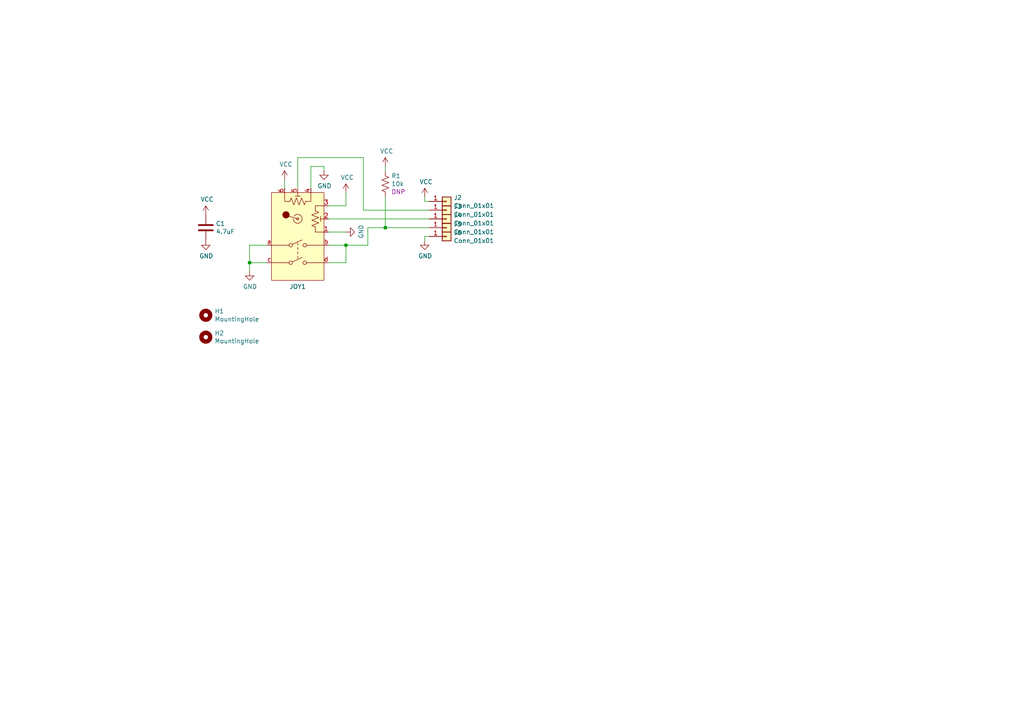
<source format=kicad_sch>
(kicad_sch (version 20211123) (generator eeschema)
  (paper "A4")
  (lib_symbols
    (symbol "Connector_Generic:Conn_01x01" (pin_names (offset 1.016) hide)
      (property "Reference" "J" (at 0 2.54 0))
      (property "Value" "Conn_01x01" (at 0 -2.54 0))
      (symbol "Conn_01x01_1_1"
        (rectangle (start -1.27 0.127) (end 0 -0.127) (stroke (width 0.1524)))
        (rectangle (start -1.27 1.27) (end 1.27 -1.27) (stroke (width 0.254)) (fill (type background)))
        (pin passive line (at -5.08 0 0) (length 3.81) (name "Pin_1") (number "1"))
      )
    )
    (symbol "Device:C" (pin_numbers hide) (pin_names (offset 0.254))
      (property "Reference" "C" (at 0.635 2.54 0))
      (property "Value" "C" (at 0.635 -2.54 0))
      (symbol "C_0_1"
        (polyline (pts (xy -2.032 -0.762) (xy 2.032 -0.762)) (stroke (width 0.508)))
        (polyline (pts (xy -2.032 0.762) (xy 2.032 0.762)) (stroke (width 0.508)))
      )
      (symbol "C_1_1"
        (pin passive line (at 0 3.81 270) (length 2.794) (name "~") (number "1"))
        (pin passive line (at 0 -3.81 90) (length 2.794) (name "~") (number "2"))
      )
    )
    (symbol "Device:R_US" (pin_numbers hide) (pin_names (offset 0))
      (property "Reference" "R" (at 2.54 0 90))
      (property "Value" "R_US" (at -2.54 0 90))
      (symbol "R_US_0_1"
        (polyline (pts (xy 0 -2.286) (xy 0 -2.54)))
        (polyline (pts (xy 0 2.286) (xy 0 2.54)))
        (polyline (pts (xy 0 -0.762) (xy 1.016 -1.143) (xy 0 -1.524) (xy -1.016 -1.905) (xy 0 -2.286)))
        (polyline (pts (xy 0 0.762) (xy 1.016 0.381) (xy 0 0) (xy -1.016 -0.381) (xy 0 -0.762)))
        (polyline (pts (xy 0 2.286) (xy 1.016 1.905) (xy 0 1.524) (xy -1.016 1.143) (xy 0 0.762)))
      )
      (symbol "R_US_1_1"
        (pin passive line (at 0 3.81 270) (length 1.27) (name "~") (number "1"))
        (pin passive line (at 0 -3.81 90) (length 1.27) (name "~") (number "2"))
      )
    )
    (symbol "Mechanical:MountingHole" (pin_names (offset 1.016))
      (property "Reference" "H" (at 0 5.08 0))
      (property "Value" "MountingHole" (at 0 3.175 0))
      (symbol "MountingHole_0_1"
        (circle (center 0 0) (radius 1.27) (stroke (width 1.27)))
      )
    )
    (symbol "OpenHornet:ANALOGSTICK_CENTERPUSH" (pin_names (offset 1.016))
      (property "Reference" "JOY" (at -5.08 -29.21 0))
      (symbol "ANALOGSTICK_CENTERPUSH_0_1"
        (rectangle (start -7.62 -2.54) (end 7.62 -27.94) (fill (type background)))
        (circle (center -3.4036 -8.9662) (radius 0.8382) (fill (type outline)))
        (circle (center -3.4036 -8.9662) (radius 0.9652))
        (arc (start -1.27 -10.16) (mid 0 -11.43) (end 1.27 -10.16))
        (circle (center 0 -10.16) (radius 0.3302))
        (polyline (pts (xy -2.54 -22.86) (xy -7.62 -22.86)))
        (polyline (pts (xy -2.54 -17.78) (xy -7.62 -17.78)))
        (polyline (pts (xy 2.54 -22.86) (xy 7.62 -22.86)))
        (polyline (pts (xy 2.54 -17.78) (xy 7.62 -17.78)))
        (polyline (pts (xy -2.54 -5.08) (xy -3.81 -5.08) (xy -3.81 -2.54)))
        (polyline (pts (xy 0 -10.16) (xy -2.54 -9.3726) (xy -2.3876 -9.4488)))
        (polyline (pts (xy 2.54 -5.08) (xy 3.81 -5.08) (xy 3.81 -2.54)))
        (polyline (pts (xy 5.08 -12.7) (xy 5.08 -13.97) (xy 7.62 -13.97)))
        (polyline (pts (xy 5.08 -7.62) (xy 5.08 -6.35) (xy 7.62 -6.35)))
        (arc (start 1.27 -10.16) (mid 0.3655 -8.8993) (end -1.1176 -9.398))
      )
      (symbol "ANALOGSTICK_CENTERPUSH_1_1"
        (circle (center -2.032 -22.86) (radius 0.508))
        (circle (center -2.032 -17.78) (radius 0.508))
        (polyline (pts (xy -2.286 -5.08) (xy -2.54 -5.08)))
        (polyline (pts (xy -1.524 -22.606) (xy 1.27 -21.336)))
        (polyline (pts (xy -1.524 -17.526) (xy 1.27 -16.256)))
        (polyline (pts (xy -0.762 -3.556) (xy 0.762 -3.556)))
        (polyline (pts (xy 0 -21.59) (xy 0 -20.955)))
        (polyline (pts (xy 0 -20.32) (xy 0 -19.685)))
        (polyline (pts (xy 0 -19.05) (xy 0 -18.415)))
        (polyline (pts (xy 0 -17.78) (xy 0 -17.145)))
        (polyline (pts (xy 0 -2.54) (xy 0 -3.556)))
        (polyline (pts (xy 2.286 -5.08) (xy 2.54 -5.08)))
        (polyline (pts (xy 5.08 -12.446) (xy 5.08 -12.7)))
        (polyline (pts (xy 5.08 -7.874) (xy 5.08 -7.62)))
        (polyline (pts (xy 6.604 -9.398) (xy 6.604 -10.922)))
        (polyline (pts (xy 7.62 -10.16) (xy 6.604 -10.16)))
        (polyline (pts (xy -2.286 -5.08) (xy -1.905 -4.064) (xy -1.524 -5.08) (xy -1.143 -6.096) (xy -0.762 -5.08)))
        (polyline (pts (xy -0.762 -5.08) (xy -0.381 -4.064) (xy 0 -5.08) (xy 0.381 -6.096) (xy 0.762 -5.08)))
        (polyline (pts (xy 0.762 -5.08) (xy 1.143 -4.064) (xy 1.524 -5.08) (xy 1.905 -6.096) (xy 2.286 -5.08)))
        (polyline (pts (xy 5.08 -10.922) (xy 6.096 -11.303) (xy 5.08 -11.684) (xy 4.064 -12.065) (xy 5.08 -12.446)))
        (polyline (pts (xy 5.08 -9.398) (xy 6.096 -9.779) (xy 5.08 -10.16) (xy 4.064 -10.541) (xy 5.08 -10.922)))
        (polyline (pts (xy 5.08 -7.874) (xy 6.096 -8.255) (xy 5.08 -8.636) (xy 4.064 -9.017) (xy 5.08 -9.398)))
        (circle (center 2.032 -22.86) (radius 0.508))
        (circle (center 2.032 -17.78) (radius 0.508))
        (pin passive line (at 8.89 -13.97 180) (length 1.27) (name "~") (number "1"))
        (pin passive line (at 8.89 -10.16 180) (length 1.27) (name "~") (number "2"))
        (pin passive line (at 8.89 -6.35 180) (length 1.27) (name "~") (number "3"))
        (pin passive line (at 3.81 -1.27 270) (length 1.27) (name "~") (number "4"))
        (pin passive line (at 0 -1.27 270) (length 1.27) (name "~") (number "5"))
        (pin passive line (at -3.81 -1.27 270) (length 1.27) (name "~") (number "6"))
        (pin passive line (at -8.89 -17.78 0) (length 1.27) (name "~") (number "a"))
        (pin passive line (at 8.89 -17.78 180) (length 1.27) (name "~") (number "b"))
        (pin passive line (at -8.89 -22.86 0) (length 1.27) (name "~") (number "c"))
        (pin passive line (at 8.89 -22.86 180) (length 1.27) (name "~") (number "d"))
      )
    )
    (symbol "power:GND" (power) (pin_names (offset 0))
      (property "Value" "GND" (at 0 -3.81 0))
      (symbol "GND_0_1"
        (polyline (pts (xy 0 0) (xy 0 -1.27) (xy 1.27 -1.27) (xy 0 -2.54) (xy -1.27 -1.27) (xy 0 -1.27)))
      )
      (symbol "GND_1_1"
        (pin power_in line (at 0 0 270) (length 0) hide (name "GND") (number "1"))
      )
    )
    (symbol "power:VCC" (power) (pin_names (offset 0))
      (property "Value" "VCC" (at 0 3.81 0))
      (symbol "VCC_0_1"
        (polyline (pts (xy -0.762 1.27) (xy 0 2.54)))
        (polyline (pts (xy 0 0) (xy 0 2.54)))
        (polyline (pts (xy 0 2.54) (xy 0.762 1.27)))
      )
      (symbol "VCC_1_1"
        (pin power_in line (at 0 0 90) (length 0) hide (name "VCC") (number "1"))
      )
    )
  )
  (junction (at 111.76 66.04))
  (junction (at 100.33 71.12))
  (junction (at 72.39 76.2))
  (wire (pts (xy 72.39 78.74) (xy 72.39 76.2)))
  (wire (pts (xy 124.46 68.58) (xy 123.19 68.58)))
  (wire (pts (xy 86.36 54.61) (xy 86.36 45.72)))
  (wire (pts (xy 100.33 71.12) (xy 106.68 71.12)))
  (wire (pts (xy 95.25 63.5) (xy 124.46 63.5)))
  (wire (pts (xy 100.33 71.12) (xy 100.33 76.2)))
  (wire (pts (xy 106.68 71.12) (xy 106.68 66.04)))
  (wire (pts (xy 77.47 71.12) (xy 72.39 71.12)))
  (wire (pts (xy 93.98 48.26) (xy 93.98 49.53)))
  (wire (pts (xy 111.76 57.15) (xy 111.76 66.04)))
  (wire (pts (xy 100.33 71.12) (xy 95.25 71.12)))
  (wire (pts (xy 86.36 45.72) (xy 105.41 45.72)))
  (wire (pts (xy 100.33 55.88) (xy 100.33 59.69)))
  (wire (pts (xy 90.17 54.61) (xy 90.17 48.26)))
  (wire (pts (xy 95.25 67.31) (xy 100.33 67.31)))
  (wire (pts (xy 72.39 71.12) (xy 72.39 76.2)))
  (wire (pts (xy 111.76 66.04) (xy 124.46 66.04)))
  (wire (pts (xy 123.19 57.15) (xy 123.19 58.42)))
  (wire (pts (xy 123.19 68.58) (xy 123.19 69.85)))
  (wire (pts (xy 72.39 76.2) (xy 77.47 76.2)))
  (wire (pts (xy 105.41 45.72) (xy 105.41 60.96)))
  (wire (pts (xy 105.41 60.96) (xy 124.46 60.96)))
  (wire (pts (xy 111.76 49.53) (xy 111.76 48.26)))
  (wire (pts (xy 95.25 76.2) (xy 100.33 76.2)))
  (wire (pts (xy 82.55 54.61) (xy 82.55 52.07)))
  (wire (pts (xy 90.17 48.26) (xy 93.98 48.26)))
  (wire (pts (xy 106.68 66.04) (xy 111.76 66.04)))
  (wire (pts (xy 123.19 58.42) (xy 124.46 58.42)))
  (wire (pts (xy 100.33 59.69) (xy 95.25 59.69)))
  (symbol (lib_id "power:GND") (at 72.39 78.74 0) (unit 1)
    (property "Reference" "#PWR01" (effects hide))
    (property "Value" "GND" (at 72.517 83.1342 0))
  )
  (symbol (lib_id "power:VCC") (at 82.55 52.07 0) (unit 1)
    (property "Reference" "#PWR02" (effects hide))
    (property "Value" "VCC" (at 82.931 47.6758 0))
  )
  (symbol (lib_id "power:VCC") (at 100.33 55.88 0) (unit 1)
    (property "Reference" "#PWR04" (effects hide))
    (property "Value" "VCC" (at 100.711 51.4858 0))
  )
  (symbol (lib_id "power:GND") (at 93.98 49.53 0) (unit 1)
    (property "Reference" "#PWR03" (effects hide))
    (property "Value" "GND" (at 94.107 53.9242 0))
  )
  (symbol (lib_id "power:GND") (at 100.33 67.31 90) (unit 1)
    (property "Reference" "#PWR05" (effects hide))
    (property "Value" "GND" (at 104.7242 67.183 0))
  )
  (symbol (lib_id "power:GND") (at 123.19 69.85 0) (unit 1)
    (property "Reference" "#PWR08" (effects hide))
    (property "Value" "GND" (at 123.317 74.2442 0))
  )
  (symbol (lib_id "power:VCC") (at 123.19 57.15 0) (unit 1)
    (property "Reference" "#PWR07" (effects hide))
    (property "Value" "VCC" (at 123.571 52.7558 0))
  )
  (symbol (lib_id "Device:R_US") (at 111.76 53.34 0) (unit 1)
    (property "Reference" "R1" (at 113.4872 51.0286 0) (effects (justify left)))
    (property "Value" "10k" (at 113.4872 53.34 0) (effects (justify left)))
    (property "Footprint" "Resistor_SMD:R_0603_1608Metric" (effects hide))
    (property "DNP" "DNP" (at 113.4872 55.6514 0) (effects (justify left)))
  )
  (symbol (lib_id "power:VCC") (at 111.76 48.26 0) (unit 1)
    (property "Reference" "#PWR06" (effects hide))
    (property "Value" "VCC" (at 112.141 43.8658 0))
  )
  (symbol (lib_id "Mechanical:MountingHole") (at 59.69 91.44 0) (unit 1)
    (property "Reference" "H1" (at 62.23 90.2716 0) (effects (justify left)))
    (property "Value" "MountingHole" (at 62.23 92.583 0) (effects (justify left)))
    (property "Footprint" "MountingHole:MountingHole_3mm" (effects hide))
  )
  (symbol (lib_id "Mechanical:MountingHole") (at 59.69 97.79 0) (unit 1)
    (property "Reference" "H2" (at 62.23 96.6216 0) (effects (justify left)))
    (property "Value" "MountingHole" (at 62.23 98.933 0) (effects (justify left)))
    (property "Footprint" "MountingHole:MountingHole_3mm" (effects hide))
  )
  (symbol (lib_id "power:GND") (at 59.69 69.85 0) (unit 1)
    (property "Reference" "#PWR010" (effects hide))
    (property "Value" "GND" (at 59.817 74.2442 0))
  )
  (symbol (lib_id "power:VCC") (at 59.69 62.23 0) (unit 1)
    (property "Reference" "#PWR09" (effects hide))
    (property "Value" "VCC" (at 60.071 57.8358 0))
  )
  (symbol (lib_id "Device:C") (at 59.69 66.04 0) (unit 1)
    (property "Reference" "C1" (at 62.611 64.8716 0) (effects (justify left)))
    (property "Value" "4.7uF" (at 62.611 67.183 0) (effects (justify left)))
    (property "Footprint" "Capacitor_SMD:C_1206_3216Metric" (effects hide))
    (property "Datasheet" "https://datasheet.lcsc.com/lcsc/1811091112_FH-Guangdong-Fenghua-Advanced-Tech-1206B475K500NT_C29823.pdf" (effects hide))
    (property "LCSC" "C29823" (effects hide))
  )
  (symbol (lib_id "OpenHornet:ANALOGSTICK_CENTERPUSH") (at 86.36 53.34 0) (unit 1)
    (property "Reference" "JOY1" (at 86.36 83.1342 0))
    (property "Value" "ANALOGSTICK_CENTERPUSH" (effects hide))
    (property "Footprint" "KiCAD_Libraries:RKJXV12" (effects hide))
  )
  (symbol (lib_id "Connector_Generic:Conn_01x01") (at 129.54 58.42 0) (unit 1)
    (property "Reference" "J2" (at 131.572 57.3532 0) (effects (justify left)))
    (property "Value" "Conn_01x01" (at 131.572 59.6646 0) (effects (justify left)))
    (property "Footprint" "KiCAD_Libraries:SolderWirePad_1x01_SMD_2x4mm" (effects hide))
  )
  (symbol (lib_id "Connector_Generic:Conn_01x01") (at 129.54 60.96 0) (unit 1)
    (property "Reference" "J3" (at 131.572 59.8932 0) (effects (justify left)))
    (property "Value" "Conn_01x01" (at 131.572 62.2046 0) (effects (justify left)))
    (property "Footprint" "KiCAD_Libraries:SolderWirePad_1x01_SMD_2x4mm" (effects hide))
  )
  (symbol (lib_id "Connector_Generic:Conn_01x01") (at 129.54 63.5 0) (unit 1)
    (property "Reference" "J4" (at 131.572 62.4332 0) (effects (justify left)))
    (property "Value" "Conn_01x01" (at 131.572 64.7446 0) (effects (justify left)))
    (property "Footprint" "KiCAD_Libraries:SolderWirePad_1x01_SMD_2x4mm" (effects hide))
  )
  (symbol (lib_id "Connector_Generic:Conn_01x01") (at 129.54 66.04 0) (unit 1)
    (property "Reference" "J5" (at 131.572 64.9732 0) (effects (justify left)))
    (property "Value" "Conn_01x01" (at 131.572 67.2846 0) (effects (justify left)))
    (property "Footprint" "KiCAD_Libraries:SolderWirePad_1x01_SMD_2x4mm" (effects hide))
  )
  (symbol (lib_id "Connector_Generic:Conn_01x01") (at 129.54 68.58 0) (unit 1)
    (property "Reference" "J6" (at 131.572 67.5132 0) (effects (justify left)))
    (property "Value" "Conn_01x01" (at 131.572 69.8246 0) (effects (justify left)))
    (property "Footprint" "KiCAD_Libraries:SolderWirePad_1x01_SMD_2x4mm" (effects hide))
  )
)
</source>
